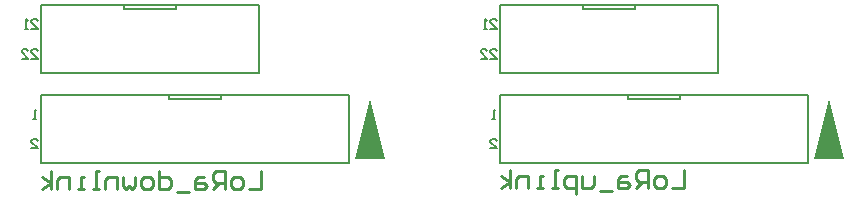
<source format=gbo>
G04*
G04 #@! TF.GenerationSoftware,Altium Limited,Altium Designer,20.2.3 (150)*
G04*
G04 Layer_Color=32896*
%FSLAX25Y25*%
%MOIN*%
G70*
G04*
G04 #@! TF.SameCoordinates,55210B2D-0A46-486D-8559-DE1921E740DA*
G04*
G04*
G04 #@! TF.FilePolarity,Positive*
G04*
G01*
G75*
%ADD10C,0.00787*%
%ADD65C,0.01000*%
G36*
X214821Y176520D02*
X219888Y156638D01*
X209754D01*
X214821Y176520D01*
D02*
G37*
G36*
X367821D02*
X372888Y156638D01*
X362754D01*
X367821Y176520D01*
D02*
G37*
D10*
X258250Y207750D02*
X330750D01*
X258250Y185250D02*
X330750D01*
X258250D02*
Y207750D01*
X330750Y185250D02*
Y207750D01*
X285750Y206500D02*
Y207750D01*
Y206500D02*
X302000D01*
X303250D01*
Y207750D01*
X318250Y176500D02*
Y177750D01*
X317000Y176500D02*
X318250D01*
X300750D02*
X317000D01*
X300750D02*
Y177750D01*
X360750Y155250D02*
Y177750D01*
X258250Y155250D02*
Y177750D01*
Y155250D02*
X360750D01*
X258250Y177750D02*
X360750D01*
X105250D02*
X207750D01*
X105250Y155250D02*
X207750D01*
X105250D02*
Y177750D01*
X207750Y155250D02*
Y177750D01*
X147750Y176500D02*
Y177750D01*
Y176500D02*
X164000D01*
X165250D01*
Y177750D01*
X150250Y206500D02*
Y207750D01*
X149000Y206500D02*
X150250D01*
X132750D02*
X149000D01*
X132750D02*
Y207750D01*
X177750Y185250D02*
Y207750D01*
X105250Y185250D02*
Y207750D01*
Y185250D02*
X177750D01*
X105250Y207750D02*
X177750D01*
X254921Y190004D02*
X257020D01*
X254921Y192103D01*
Y192628D01*
X255445Y193152D01*
X256495D01*
X257020Y192628D01*
X251772Y190004D02*
X253871D01*
X251772Y192103D01*
Y192628D01*
X252297Y193152D01*
X253346D01*
X253871Y192628D01*
X254921Y200043D02*
X257020D01*
X254921Y202142D01*
Y202667D01*
X255445Y203192D01*
X256495D01*
X257020Y202667D01*
X253871Y200043D02*
X252822D01*
X253346D01*
Y203192D01*
X253871Y202667D01*
X256626Y169925D02*
X255576D01*
X256101D01*
Y173074D01*
X256626Y172549D01*
X254921Y160083D02*
X257020D01*
X254921Y162182D01*
Y162706D01*
X255445Y163231D01*
X256495D01*
X257020Y162706D01*
X101921Y160083D02*
X104020D01*
X101921Y162182D01*
Y162706D01*
X102445Y163231D01*
X103495D01*
X104020Y162706D01*
X103626Y169925D02*
X102576D01*
X103101D01*
Y173074D01*
X103626Y172549D01*
X101921Y200043D02*
X104020D01*
X101921Y202142D01*
Y202667D01*
X102445Y203192D01*
X103495D01*
X104020Y202667D01*
X100871Y200043D02*
X99822D01*
X100346D01*
Y203192D01*
X100871Y202667D01*
X101921Y190004D02*
X104020D01*
X101921Y192103D01*
Y192628D01*
X102445Y193152D01*
X103495D01*
X104020Y192628D01*
X98772Y190004D02*
X100871D01*
X98772Y192103D01*
Y192628D01*
X99297Y193152D01*
X100346D01*
X100871Y192628D01*
D65*
X319490Y152999D02*
Y147001D01*
X315491D01*
X312492D02*
X310493D01*
X309493Y148000D01*
Y150000D01*
X310493Y150999D01*
X312492D01*
X313492Y150000D01*
Y148000D01*
X312492Y147001D01*
X307494D02*
Y152999D01*
X304495D01*
X303495Y151999D01*
Y150000D01*
X304495Y149000D01*
X307494D01*
X305495D02*
X303495Y147001D01*
X300496Y150999D02*
X298497D01*
X297497Y150000D01*
Y147001D01*
X300496D01*
X301496Y148000D01*
X300496Y149000D01*
X297497D01*
X295498Y146001D02*
X291499D01*
X289500Y150999D02*
Y148000D01*
X288500Y147001D01*
X285501D01*
Y150999D01*
X283502Y145001D02*
Y150999D01*
X280503D01*
X279503Y150000D01*
Y148000D01*
X280503Y147001D01*
X283502D01*
X277504D02*
X275504D01*
X276504D01*
Y152999D01*
X277504D01*
X272505Y147001D02*
X270506D01*
X271506D01*
Y150999D01*
X272505D01*
X267507Y147001D02*
Y150999D01*
X264508D01*
X263508Y150000D01*
Y147001D01*
X261509D02*
Y152999D01*
Y149000D02*
X258510Y150999D01*
X261509Y149000D02*
X258510Y147001D01*
X178488Y152499D02*
Y146501D01*
X174489D01*
X171491D02*
X169491D01*
X168491Y147501D01*
Y149500D01*
X169491Y150499D01*
X171491D01*
X172490Y149500D01*
Y147501D01*
X171491Y146501D01*
X166492D02*
Y152499D01*
X163493D01*
X162493Y151499D01*
Y149500D01*
X163493Y148500D01*
X166492D01*
X164493D02*
X162493Y146501D01*
X159494Y150499D02*
X157495D01*
X156495Y149500D01*
Y146501D01*
X159494D01*
X160494Y147501D01*
X159494Y148500D01*
X156495D01*
X154496Y145501D02*
X150497D01*
X144499Y152499D02*
Y146501D01*
X147498D01*
X148498Y147501D01*
Y149500D01*
X147498Y150499D01*
X144499D01*
X141500Y146501D02*
X139501D01*
X138501Y147501D01*
Y149500D01*
X139501Y150499D01*
X141500D01*
X142500Y149500D01*
Y147501D01*
X141500Y146501D01*
X136502Y150499D02*
Y147501D01*
X135502Y146501D01*
X134502Y147501D01*
X133503Y146501D01*
X132503Y147501D01*
Y150499D01*
X130504Y146501D02*
Y150499D01*
X127505D01*
X126505Y149500D01*
Y146501D01*
X124506D02*
X122506D01*
X123506D01*
Y152499D01*
X124506D01*
X119507Y146501D02*
X117508D01*
X118508D01*
Y150499D01*
X119507D01*
X114509Y146501D02*
Y150499D01*
X111510D01*
X110510Y149500D01*
Y146501D01*
X108511D02*
Y152499D01*
Y148500D02*
X105512Y150499D01*
X108511Y148500D02*
X105512Y146501D01*
M02*

</source>
